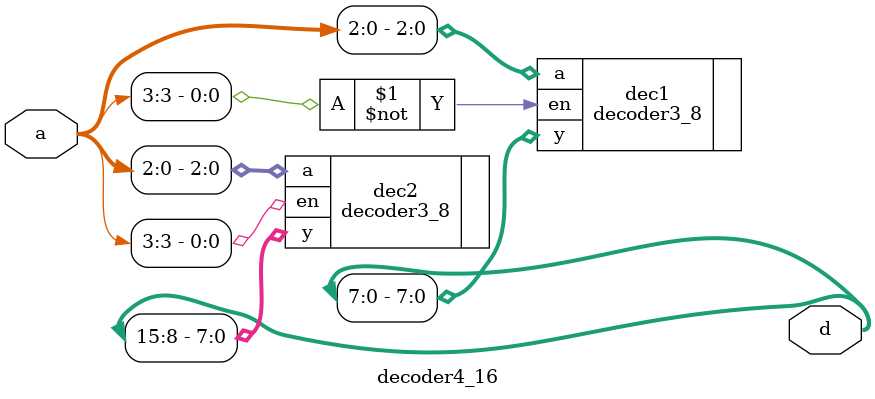
<source format=v>
module decoder4_16(input [3:0] a, output [15:0] d);

decoder3_8 dec1(.a(a[2:0]), .en(~a[3]), .y(d[7:0]));
decoder3_8 dec2(.a(a[2:0]), .en(a[3]), .y(d[15:8]));

endmodule
</source>
